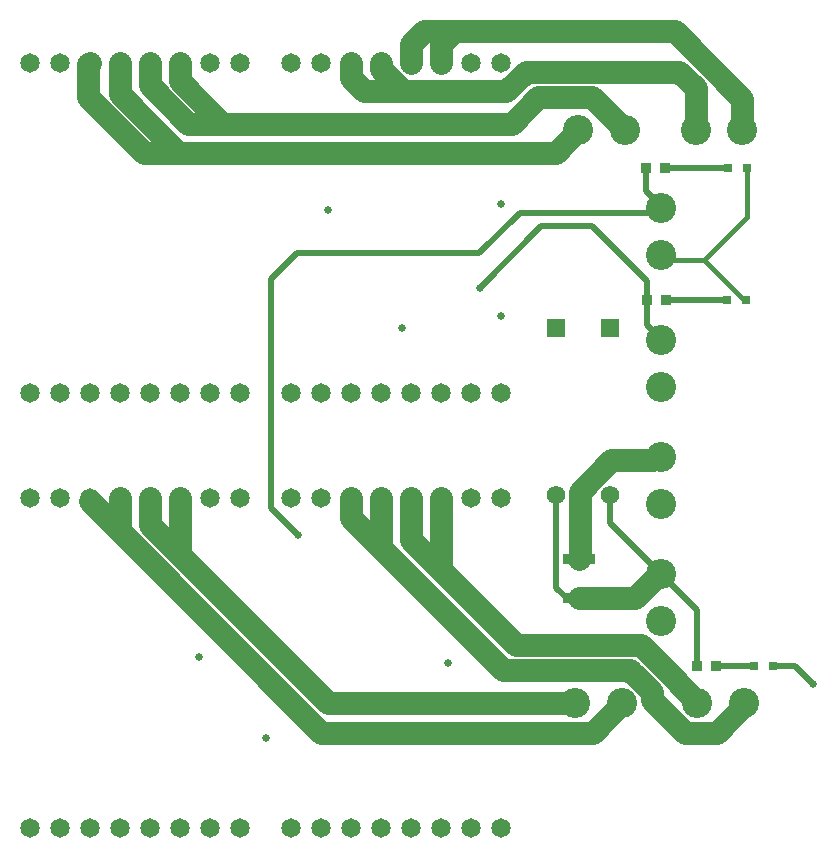
<source format=gtl>
G04*
G04 #@! TF.GenerationSoftware,Altium Limited,Altium Designer,22.9.1 (49)*
G04*
G04 Layer_Physical_Order=1*
G04 Layer_Color=255*
%FSLAX25Y25*%
%MOIN*%
G70*
G04*
G04 #@! TF.SameCoordinates,714AFEBF-1B90-43D1-B325-1FA160A26AE1*
G04*
G04*
G04 #@! TF.FilePolarity,Positive*
G04*
G01*
G75*
%ADD12C,0.01000*%
%ADD14R,0.03543X0.03740*%
%ADD15R,0.03150X0.02953*%
%ADD16R,0.11063X0.03268*%
%ADD24C,0.02000*%
%ADD25C,0.07500*%
%ADD26C,0.01500*%
%ADD27C,0.06496*%
%ADD28R,0.06201X0.06201*%
%ADD29C,0.06201*%
%ADD30C,0.10039*%
%ADD31C,0.02500*%
D12*
X47500Y129479D02*
Y130500D01*
D14*
X256150Y74500D02*
D03*
X249850D02*
D03*
X239650Y196500D02*
D03*
X233350D02*
D03*
X232850Y240500D02*
D03*
X239150D02*
D03*
D15*
X259850Y196500D02*
D03*
X266150D02*
D03*
X260350Y240500D02*
D03*
X266650D02*
D03*
X275150Y74500D02*
D03*
X268850D02*
D03*
D16*
X210500Y110035D02*
D03*
Y96965D02*
D03*
D24*
X233350Y188126D02*
Y195500D01*
Y188126D02*
X238000Y183476D01*
Y183091D02*
Y183476D01*
X221000Y122000D02*
Y131488D01*
Y122000D02*
X238000Y105000D01*
X239650Y196500D02*
X260025D01*
X202969Y100598D02*
Y131457D01*
Y100598D02*
X206602Y96965D01*
X210500D01*
X202969Y131457D02*
X203000Y131488D01*
X233350Y195500D02*
Y202650D01*
X256150Y74500D02*
X268827D01*
X238000Y105000D02*
X249850Y93150D01*
Y74500D02*
Y93150D01*
X275150Y74500D02*
X282500D01*
X288500Y68500D01*
X198000Y221000D02*
X215000D01*
X233350Y202650D01*
X177500Y200500D02*
X198000Y221000D01*
X239150Y240500D02*
X260350D01*
X232850Y232825D02*
X238000Y227675D01*
X232850Y232825D02*
Y240500D01*
X238000Y225500D02*
Y227675D01*
X190864Y225500D02*
X238000D01*
X108000Y127000D02*
X117000Y118000D01*
X108000Y127000D02*
Y203500D01*
X116500Y212000D01*
X177364D01*
X275150Y74500D02*
X275354Y74705D01*
X177364Y212000D02*
X190864Y225500D01*
D25*
X235718Y143514D02*
X237514D01*
X235204Y143000D02*
X235718Y143514D01*
X237514D02*
X238000Y144000D01*
X221410Y143000D02*
X235204D01*
X210850Y132441D02*
X221410Y143000D01*
X235090Y63093D02*
Y65726D01*
X256508Y52230D02*
X265591Y61313D01*
X235090Y63093D02*
X245953Y52230D01*
X256508D01*
X124749Y52230D02*
X215230D01*
X57500Y119479D02*
X124749Y52230D01*
X215230D02*
X225000Y62000D01*
X210850Y110386D02*
Y132441D01*
X210500Y110035D02*
X210850Y110386D01*
X210500Y96965D02*
X229277D01*
X237313Y105000D02*
X238000D01*
X229277Y96965D02*
X237313Y105000D01*
X185250Y73000D02*
X227500D01*
X144500Y113750D02*
Y130500D01*
X134500Y123750D02*
Y130500D01*
Y123750D02*
X185250Y73000D01*
X164500Y106521D02*
X189521Y81500D01*
X154500Y116521D02*
X164500Y106521D01*
Y130500D01*
X249500Y253000D02*
Y266979D01*
X192811Y272500D02*
X243979D01*
X249500Y266979D01*
X186311Y266000D02*
X192811Y272500D01*
X197000Y264000D02*
X215000D01*
X226000Y253000D01*
X188270Y255270D02*
X197000Y264000D01*
X231337Y81500D02*
X243590Y69247D01*
Y68930D02*
X250000Y62521D01*
Y62000D02*
Y62521D01*
X243590Y68930D02*
Y69247D01*
X189521Y81500D02*
X231337D01*
X154500Y116521D02*
Y130500D01*
X229047Y71770D02*
X235090Y65726D01*
X228730Y71770D02*
X229047D01*
X227500Y73000D02*
X228730Y71770D01*
X265591Y61313D02*
Y62000D01*
X148250Y266000D02*
X186311D01*
X265000Y253000D02*
Y263500D01*
X242500Y286000D02*
X265000Y263500D01*
X168893Y286000D02*
X242500D01*
X138893Y266000D02*
X147500D01*
X91730Y255270D02*
X188270D01*
X77500Y269500D02*
X91730Y255270D01*
X80230D02*
X91730D01*
X77000Y245500D02*
X202909D01*
X210409Y253000D01*
X150484Y266750D02*
X150979Y267000D01*
X144500Y273479D02*
Y275500D01*
Y273479D02*
X150979Y267000D01*
X154500Y275500D02*
Y281607D01*
X158893Y286000D01*
X168893D01*
X134500Y270393D02*
X138893Y266000D01*
X134500Y270393D02*
Y275500D01*
X164500D02*
Y281607D01*
X168893Y286000D01*
X127000Y62000D02*
X209409D01*
X77500Y111500D02*
X127000Y62000D01*
X77500Y269500D02*
Y275500D01*
X67500Y268000D02*
X80230Y255270D01*
X57500Y265000D02*
Y275500D01*
Y265000D02*
X77000Y245500D01*
X65500D02*
X77000D01*
X47000Y264000D02*
Y275000D01*
Y264000D02*
X65500Y245500D01*
X47000Y275000D02*
X47500Y275500D01*
X67500Y268000D02*
Y275500D01*
Y121500D02*
X77500Y111500D01*
Y130500D01*
X47500Y129479D02*
X57500Y119479D01*
Y130500D01*
X67500Y121500D02*
Y130500D01*
D26*
X265423Y197226D02*
X266150Y196500D01*
X265092Y197226D02*
X265423D01*
X252410Y209910D02*
X265092Y197226D01*
X252410Y209910D02*
X266650Y224150D01*
X238000Y209910D02*
X252410D01*
X266650Y224150D02*
Y240500D01*
X235205Y181795D02*
X235500Y182091D01*
D27*
X124500Y20500D02*
D03*
X184500Y130500D02*
D03*
X174500D02*
D03*
X164500D02*
D03*
X154500D02*
D03*
X144500D02*
D03*
X134500D02*
D03*
X124500D02*
D03*
X114500D02*
D03*
Y20500D02*
D03*
X184500D02*
D03*
X174500D02*
D03*
X164500D02*
D03*
X154500D02*
D03*
X144500D02*
D03*
X134500D02*
D03*
X124500Y165500D02*
D03*
X184500Y275500D02*
D03*
X174500D02*
D03*
X164500D02*
D03*
X154500D02*
D03*
X144500D02*
D03*
X134500D02*
D03*
X124500D02*
D03*
X114500D02*
D03*
Y165500D02*
D03*
X184500D02*
D03*
X174500D02*
D03*
X164500D02*
D03*
X154500D02*
D03*
X144500D02*
D03*
X134500D02*
D03*
X47500D02*
D03*
X57500D02*
D03*
X67500D02*
D03*
X77500D02*
D03*
X87500D02*
D03*
X97500D02*
D03*
X27500D02*
D03*
Y275500D02*
D03*
X37500D02*
D03*
X47500D02*
D03*
X57500D02*
D03*
X67500D02*
D03*
X77500D02*
D03*
X87500D02*
D03*
X97500D02*
D03*
X37500Y165500D02*
D03*
Y20500D02*
D03*
X97500Y130500D02*
D03*
X87500D02*
D03*
X77500D02*
D03*
X67500D02*
D03*
X57500D02*
D03*
X47500D02*
D03*
X37500D02*
D03*
X27500D02*
D03*
Y20500D02*
D03*
X97500D02*
D03*
X87500D02*
D03*
X77500D02*
D03*
X67500D02*
D03*
X57500D02*
D03*
X47500D02*
D03*
D28*
X203000Y187000D02*
D03*
X221000D02*
D03*
D29*
X203000Y131488D02*
D03*
X221000D02*
D03*
D30*
X238000Y227091D02*
D03*
Y211500D02*
D03*
Y144000D02*
D03*
Y128409D02*
D03*
X249500Y253000D02*
D03*
X265090D02*
D03*
X210409D02*
D03*
X226000D02*
D03*
X238000Y105000D02*
D03*
Y89410D02*
D03*
X209409Y62000D02*
D03*
X225000D02*
D03*
X250000D02*
D03*
X265591D02*
D03*
X238000Y167500D02*
D03*
Y183091D02*
D03*
D31*
X167000Y75500D02*
D03*
X184500Y228500D02*
D03*
X288500Y68500D02*
D03*
X106250Y50488D02*
D03*
X84000Y77500D02*
D03*
X117000Y118000D02*
D03*
X151750Y187250D02*
D03*
X184500Y191150D02*
D03*
X177500Y200500D02*
D03*
X126804Y226500D02*
D03*
M02*

</source>
